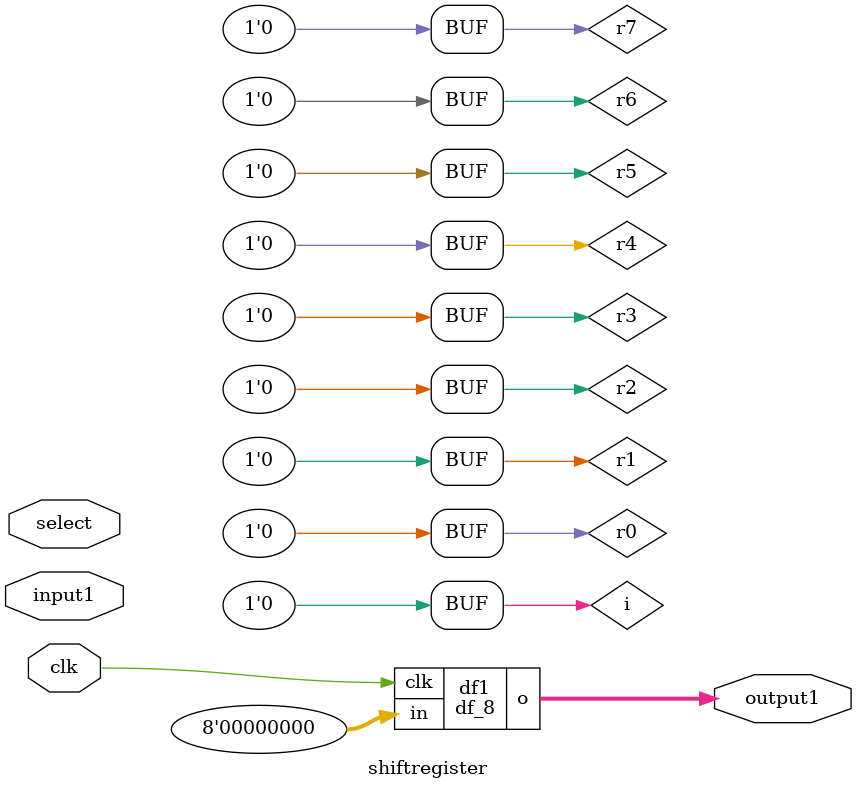
<source format=v>
module df_8(input wire clk,input wire [7:0] in,output wire [7:0] o);
// initial begin
//         $monitor(o[0],o[1],o[2],o[3],o[4],o[5],o[6],o[7]);
// end
df d1(clk,in[0],o[7]);
df d2(clk,in[1],o[6]);
df d3(clk,in[2],o[5]);
df d4(clk,in[3],o[4]);
df d5(clk,in[4],o[3]);
df d6(clk,in[5],o[2]);
df d7(clk,in[6],o[1]);
df d8(clk,in[7],o[0]);
endmodule

module mux4 (input wire [0:3] i, input wire j1, j0, output wire o);
  wire  t0, t1;
    // initial begin
    //     $display(j1,j0,i[0],i[1],i[2],i[3]);
    // end  
  mux2 mux2_0 (i[0], i[1], j1, t0);
  mux2 mux2_1 (i[2], i[3], j1, t1);
  mux2 mux2_2 (t0, t1, j0, o);
endmodule

module df (input wire clk, in, output wire out);
  reg df_out;
  always@(posedge clk) df_out <= in;
  assign out = df_out;
endmodule

module mux2 (input wire i0, i1, j, output wire o);
  assign o = (j==0)?i0:i1;
endmodule

module shiftregister (input wire clk,input wire [1:0] select,input wire [7:0] input1,output wire [7:0] output1);
    wire i=0;
    wire r1=0,r2=0,r3=0,r4=0,r5=0,r6=0,r7=0,r0=0;
    // initial begin
    //     $monitor(input1[0],input1[1],input1[2],input1[3],input1[4],input1[5],input1[6],input1[7]);
    // end
    mux4 m1({i,input1[1],input1[0],i},select[1],select[0],r0);
    mux4 m2({input1[0],input1[2],input1[1],i},select[1],select[0],r1);
    mux4 m3({input1[1],input1[3],input1[2],i},select[1],select[0],r2);
    mux4 m4({input1[2],input1[4],input1[3],i},select[1],select[0],r3);
    mux4 m5({input1[3],input1[5],input1[4],i},select[1],select[0],r4);
    mux4 m6({input1[4],input1[6],input1[5],i},select[1],select[0],r5);
    mux4 m7({input1[5],input1[7],input1[6],i},select[1],select[0],r6);
    mux4 m8({input1[6],i,input1[7],i},select[1],select[0],r7);

    df_8 df1(clk,{r0,r1,r2,r3,r4,r5,r6,r7},output1);
endmodule
</source>
